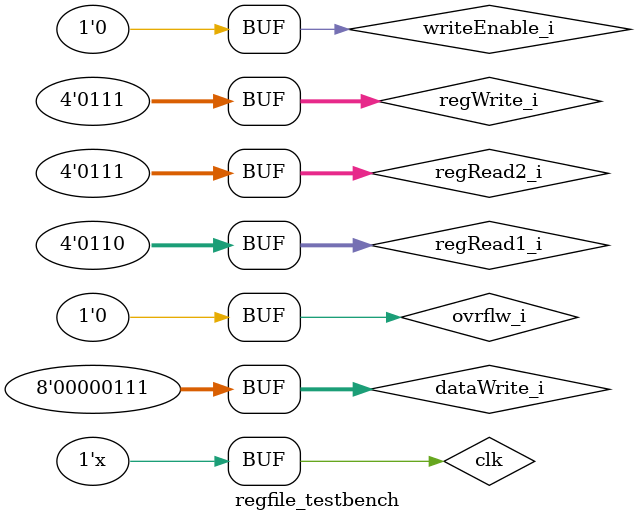
<source format=v>
/* File: fileReg_testbench.v
 * Description: Test bench for Register File
 * Authors: Angela To, Frank Mezatessta
 * Date: 2/6/15
 */

`timescale 1ns/1ps

module regfile_testbench();

parameter DATA_WIDTH = 8; 				// 8 Bits Registers
parameter ADDR_WIDTH = 4;				// 4 Bit Addresses		

reg clk; 									// Clock

reg [ADDR_WIDTH-1:0] regRead1_i;		// READ_Register #1 (address) to be READ
reg [ADDR_WIDTH-1:0] regRead2_i;		// READ_Register #2 (address)to be READ
reg [ADDR_WIDTH-1:0] regRead3_i;		// READ_Register #1 (address) to be READ
reg [ADDR_WIDTH-1:0] regRead4_i;		// READ_Register #2 (address)to be READ
reg writeEnable_i; 						// Write Enable control
reg [ADDR_WIDTH-1:0] regWrite_i; 	// WRITE_Register (address) to WRITE to
reg [DATA_WIDTH-1:0] dataWrite_i; 	// Data to WRITE into Write_Register
reg ovrflw_i;								// Condition Register (Overflow)
wire [DATA_WIDTH-1:0] dataRead1_o; 	// Data #1, First value read from the register file
wire [DATA_WIDTH-1:0] dataRead2_o; 	// Data #2, Second value read from the register file
wire [DATA_WIDTH-1:0] dataRead3_o; 	// Data #1, First value read from the register file
wire [DATA_WIDTH-1:0] dataRead4_o; 	// Data #2, Second value read from the register file
wire ovrflw_o;

// Begin Tests
initial begin
	#10 writeEnable_i = 1'b1; 	// Enable Write after 10 time units
	regWrite_i = 4'b0001; 			// Write to Register 1
	dataWrite_i = 8'b00000001; 	// Write 8 Bits(1) to Register 1
	
	ovrflw_i = 1'b0;
   #10 writeEnable_i = 1'b0; 	
	
	#10 writeEnable_i = 1'b1; 	// Disable Write after 10 time units
	regWrite_i = 4'b0010; 			// Write to Register 2
	dataWrite_i = 8'b00000010; 	// Write 8 Bits(2) to Register 2

	ovrflw_i = 1'b1;
   #10 writeEnable_i = 1'b0; 	
	
	#10 writeEnable_i = 1'b1; 		// Disable Write after 10 time units
	regWrite_i = 4'b0100; 			// Write to Register 3
	dataWrite_i = 8'b00000011; 	// Write 8 Bits(3) to Register 3
	
	#10 writeEnable_i = 1'b0; 	
	
	regRead1_i = 4'b0000; 			// Read Register 0
	regRead2_i = 4'b0001; 			// Read Register 1
	regRead1_i = 4'b0010; 			// Read Register 2
	regRead2_i = 4'b0011; 			// Read Register 3
	
// -------------------------------------------------------------------//
	#10 writeEnable_i = 1'b1; 		// Enable Write after 10 time units
	regWrite_i = 4'b0100; 			// Write to Register 4
	dataWrite_i = 8'b00000100; 	// Write 8 Bits(4) to Register 4
	
	ovrflw_i = 1'b0;	
	
	#10 writeEnable_i = 1'b1; 		// Disable Write after 10 time units
	regWrite_i = 4'b0101; 			// Write to Register 5
	dataWrite_i = 8'b00000101; 	// Write 8 Bits(2) to Register 5

	ovrflw_i = 1'b0;
	#10 writeEnable_i = 1'b0; 	
	
	#10 writeEnable_i = 1'b1; 		// Disable Write after 10 time units
	regWrite_i = 4'b0110; 			// Write to Register 6
	dataWrite_i = 8'b00000110; 	// Write 8 Bits(6) to Register 6

	#10 writeEnable_i = 1'b1; 		// Disable Write after 10 time units
	regWrite_i = 4'b0111; 			// Write to Register 7
	dataWrite_i = 8'b00000111; 	// Write 8 Bits(6) to Register 7
	
   #10 writeEnable_i = 1'b0; 	
	
	regRead1_i = 4'b0100; 			// Read Register 4
	regRead2_i = 4'b0101; 			// Read Register 5
	regRead1_i = 4'b0110; 			// Read Register 6
	regRead2_i = 4'b0111; 			// Read Register 3	
end

// Clock generator
always begin
   #10  clk = ~clk; 	
end


// Test Unit
regfile b2v_inst(
	.clk(clk),
	.regRead1_i(regRead1_i),
	.regRead2_i(regRead2_i),
	.regRead3_i(regRead3_i),
	.regRead4_i(regRead4_i),	
	.writeEnable_i(writeEnable_i),
	.regWrite_i(regWrite_i),
	.dataWrite_i(dataWrite_i),
	.ovrflw_i(ovrflw_i),
	.dataRead1_o(dataRead1_o),
	.dataRead2_o(dataRead2_o),
	.dataRead3_o(dataRead3_o),
	.dataRead4_o(dataRead4_o),
	.ovrflw_o(ovrflw_o)
);

endmodule

</source>
